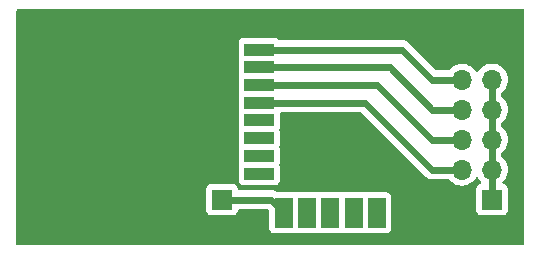
<source format=gbr>
%TF.GenerationSoftware,KiCad,Pcbnew,7.0.1*%
%TF.CreationDate,2024-02-11T20:07:16+03:00*%
%TF.ProjectId,jdy40_remote_button,6a647934-305f-4726-956d-6f74655f6275,rev?*%
%TF.SameCoordinates,Original*%
%TF.FileFunction,Copper,L1,Top*%
%TF.FilePolarity,Positive*%
%FSLAX46Y46*%
G04 Gerber Fmt 4.6, Leading zero omitted, Abs format (unit mm)*
G04 Created by KiCad (PCBNEW 7.0.1) date 2024-02-11 20:07:16*
%MOMM*%
%LPD*%
G01*
G04 APERTURE LIST*
%TA.AperFunction,SMDPad,CuDef*%
%ADD10R,2.500000X1.000000*%
%TD*%
%TA.AperFunction,SMDPad,CuDef*%
%ADD11R,1.500000X2.500000*%
%TD*%
%TA.AperFunction,ComponentPad*%
%ADD12R,1.700000X1.700000*%
%TD*%
%TA.AperFunction,ComponentPad*%
%ADD13O,1.700000X1.700000*%
%TD*%
%TA.AperFunction,Conductor*%
%ADD14C,0.600000*%
%TD*%
%TA.AperFunction,Conductor*%
%ADD15C,0.250000*%
%TD*%
G04 APERTURE END LIST*
D10*
%TO.P,DD1,1,GPIO1*%
%TO.N,Net-(DD1-GPIO1)*%
X91060000Y-58420000D03*
%TO.P,DD1,2,GPIO2*%
%TO.N,Net-(DD1-GPIO2)*%
X91060000Y-59920000D03*
%TO.P,DD1,3,GPIO3*%
%TO.N,Net-(DD1-GPIO3)*%
X91060000Y-61420000D03*
%TO.P,DD1,4,GPIO4*%
%TO.N,Net-(DD1-GPIO4)*%
X91060000Y-62920000D03*
%TO.P,DD1,5,GPIO5*%
%TO.N,unconnected-(DD1-GPIO5-Pad5)*%
X91060000Y-64420000D03*
%TO.P,DD1,6,GPIO6*%
%TO.N,unconnected-(DD1-GPIO6-Pad6)*%
X91060000Y-65920000D03*
%TO.P,DD1,7,GPIO7*%
%TO.N,unconnected-(DD1-GPIO7-Pad7)*%
X91060000Y-67420000D03*
%TO.P,DD1,8,GPIO8*%
%TO.N,unconnected-(DD1-GPIO8-Pad8)*%
X91060000Y-68920000D03*
D11*
%TO.P,DD1,9,GND*%
%TO.N,Earth*%
X102960000Y-72220000D03*
%TO.P,DD1,10,CS*%
%TO.N,unconnected-(DD1-CS-Pad10)*%
X101000000Y-72220000D03*
%TO.P,DD1,11,SET*%
%TO.N,unconnected-(DD1-SET-Pad11)*%
X99040000Y-72220000D03*
%TO.P,DD1,12,TXD*%
%TO.N,unconnected-(DD1-TXD-Pad12)*%
X97080000Y-72220000D03*
%TO.P,DD1,13,RXD*%
%TO.N,unconnected-(DD1-RXD-Pad13)*%
X95120000Y-72220000D03*
%TO.P,DD1,14,VCC*%
%TO.N,+3.3V*%
X93160000Y-72220000D03*
%TD*%
D12*
%TO.P,J4,1,Pin_1*%
%TO.N,Net-(J4-Pin_1)*%
X110760000Y-71120000D03*
D13*
%TO.P,J4,2,Pin_2*%
X110760000Y-68580000D03*
%TO.P,J4,3,Pin_3*%
X110760000Y-66040000D03*
%TO.P,J4,4,Pin_4*%
X110760000Y-63500000D03*
%TO.P,J4,5,Pin_5*%
X110760000Y-60960000D03*
%TD*%
D12*
%TO.P,J2,1,Pin_1*%
%TO.N,Earth*%
X72660000Y-58420000D03*
%TD*%
%TO.P,J1,1,Pin_1*%
%TO.N,+3.3V*%
X87900000Y-71120000D03*
%TD*%
%TO.P,J3,1,Pin_1*%
%TO.N,Earth*%
X108220000Y-58425000D03*
D13*
%TO.P,J3,2,Pin_2*%
%TO.N,Net-(DD1-GPIO1)*%
X108220000Y-60965000D03*
%TO.P,J3,3,Pin_3*%
%TO.N,Net-(DD1-GPIO2)*%
X108220000Y-63505000D03*
%TO.P,J3,4,Pin_4*%
%TO.N,Net-(DD1-GPIO3)*%
X108220000Y-66045000D03*
%TO.P,J3,5,Pin_5*%
%TO.N,Net-(DD1-GPIO4)*%
X108220000Y-68585000D03*
%TD*%
D14*
%TO.N,Net-(DD1-GPIO1)*%
X103140000Y-58420000D02*
X91060000Y-58420000D01*
X105685000Y-60965000D02*
X103140000Y-58420000D01*
X108220000Y-60965000D02*
X105685000Y-60965000D01*
%TO.N,Net-(DD1-GPIO2)*%
X102100000Y-59920000D02*
X91060000Y-59920000D01*
X105685000Y-63505000D02*
X102100000Y-59920000D01*
X108220000Y-63505000D02*
X105685000Y-63505000D01*
%TO.N,Net-(DD1-GPIO3)*%
X101060000Y-61420000D02*
X91060000Y-61420000D01*
X108220000Y-66045000D02*
X105685000Y-66045000D01*
X105685000Y-66045000D02*
X101060000Y-61420000D01*
%TO.N,Net-(DD1-GPIO4)*%
X105685000Y-68585000D02*
X100020000Y-62920000D01*
X108220000Y-68585000D02*
X105685000Y-68585000D01*
X100020000Y-62920000D02*
X91060000Y-62920000D01*
D15*
%TO.N,Earth*%
X102340000Y-71720000D02*
X102340000Y-72220000D01*
D14*
%TO.N,+3.3V*%
X87900000Y-71120000D02*
X92060000Y-71120000D01*
X92060000Y-71120000D02*
X93160000Y-72220000D01*
%TO.N,Net-(J4-Pin_1)*%
X110760000Y-60960000D02*
X110760000Y-71120000D01*
%TD*%
%TA.AperFunction,Conductor*%
%TO.N,Earth*%
G36*
X113437500Y-55017113D02*
G01*
X113482887Y-55062500D01*
X113499500Y-55124500D01*
X113499500Y-74875500D01*
X113482887Y-74937500D01*
X113437500Y-74982887D01*
X113375500Y-74999500D01*
X70624500Y-74999500D01*
X70562500Y-74982887D01*
X70517113Y-74937500D01*
X70500500Y-74875500D01*
X70500500Y-72017869D01*
X86549500Y-72017869D01*
X86554595Y-72065259D01*
X86555909Y-72077483D01*
X86606204Y-72212331D01*
X86692454Y-72327546D01*
X86807669Y-72413796D01*
X86942517Y-72464091D01*
X87002127Y-72470500D01*
X88797872Y-72470499D01*
X88857483Y-72464091D01*
X88992331Y-72413796D01*
X89107546Y-72327546D01*
X89193796Y-72212331D01*
X89244091Y-72077483D01*
X89249062Y-72031243D01*
X89269661Y-71974997D01*
X89314224Y-71934968D01*
X89372352Y-71920500D01*
X91677060Y-71920500D01*
X91724513Y-71929939D01*
X91764741Y-71956819D01*
X91873181Y-72065259D01*
X91900061Y-72105487D01*
X91909500Y-72152940D01*
X91909500Y-73517869D01*
X91915909Y-73577483D01*
X91966204Y-73712331D01*
X92052454Y-73827546D01*
X92167669Y-73913796D01*
X92302517Y-73964091D01*
X92362127Y-73970500D01*
X93957872Y-73970499D01*
X94017483Y-73964091D01*
X94096668Y-73934556D01*
X94139999Y-73926739D01*
X94183330Y-73934556D01*
X94262517Y-73964091D01*
X94322127Y-73970500D01*
X95917872Y-73970499D01*
X95977483Y-73964091D01*
X96056668Y-73934556D01*
X96099999Y-73926739D01*
X96143330Y-73934556D01*
X96222517Y-73964091D01*
X96282127Y-73970500D01*
X97877872Y-73970499D01*
X97937483Y-73964091D01*
X98016668Y-73934556D01*
X98059999Y-73926739D01*
X98103330Y-73934556D01*
X98182517Y-73964091D01*
X98242127Y-73970500D01*
X99837872Y-73970499D01*
X99897483Y-73964091D01*
X99976668Y-73934556D01*
X100019999Y-73926739D01*
X100063330Y-73934556D01*
X100142517Y-73964091D01*
X100202127Y-73970500D01*
X101797872Y-73970499D01*
X101857483Y-73964091D01*
X101992331Y-73913796D01*
X102107546Y-73827546D01*
X102193796Y-73712331D01*
X102244091Y-73577483D01*
X102250500Y-73517873D01*
X102250499Y-70922128D01*
X102244091Y-70862517D01*
X102193796Y-70727669D01*
X102107546Y-70612454D01*
X101992331Y-70526204D01*
X101857483Y-70475909D01*
X101797873Y-70469500D01*
X101797869Y-70469500D01*
X100202130Y-70469500D01*
X100142514Y-70475909D01*
X100063332Y-70505442D01*
X100020000Y-70513260D01*
X99976668Y-70505442D01*
X99897486Y-70475909D01*
X99875129Y-70473505D01*
X99837873Y-70469500D01*
X99837868Y-70469500D01*
X98242130Y-70469500D01*
X98182514Y-70475909D01*
X98103332Y-70505442D01*
X98060000Y-70513260D01*
X98016668Y-70505442D01*
X97937486Y-70475909D01*
X97915129Y-70473505D01*
X97877873Y-70469500D01*
X97877868Y-70469500D01*
X96282130Y-70469500D01*
X96222514Y-70475909D01*
X96143332Y-70505442D01*
X96100000Y-70513260D01*
X96056668Y-70505442D01*
X95977486Y-70475909D01*
X95955129Y-70473505D01*
X95917873Y-70469500D01*
X95917868Y-70469500D01*
X94322130Y-70469500D01*
X94262514Y-70475909D01*
X94183332Y-70505442D01*
X94140000Y-70513260D01*
X94096668Y-70505442D01*
X94017486Y-70475909D01*
X93991935Y-70473162D01*
X93957873Y-70469500D01*
X93957869Y-70469500D01*
X92571591Y-70469500D01*
X92530637Y-70462542D01*
X92494279Y-70442448D01*
X92488586Y-70437908D01*
X92454095Y-70421298D01*
X92441933Y-70414576D01*
X92426327Y-70404770D01*
X92409520Y-70394209D01*
X92373398Y-70381570D01*
X92360553Y-70376250D01*
X92326058Y-70359638D01*
X92288736Y-70351119D01*
X92275380Y-70347272D01*
X92239252Y-70334631D01*
X92201219Y-70330345D01*
X92187518Y-70328017D01*
X92150196Y-70319500D01*
X92150194Y-70319500D01*
X92104954Y-70319500D01*
X89372351Y-70319500D01*
X89314223Y-70305031D01*
X89269660Y-70265002D01*
X89249061Y-70208753D01*
X89244091Y-70162517D01*
X89193796Y-70027669D01*
X89107546Y-69912454D01*
X88992331Y-69826204D01*
X88857483Y-69775909D01*
X88797873Y-69769500D01*
X88797869Y-69769500D01*
X87002130Y-69769500D01*
X86942515Y-69775909D01*
X86807669Y-69826204D01*
X86692454Y-69912454D01*
X86606204Y-70027668D01*
X86555909Y-70162516D01*
X86549500Y-70222130D01*
X86549500Y-72017869D01*
X70500500Y-72017869D01*
X70500500Y-69467869D01*
X89309500Y-69467869D01*
X89315909Y-69527483D01*
X89366204Y-69662331D01*
X89452454Y-69777546D01*
X89567669Y-69863796D01*
X89702517Y-69914091D01*
X89762127Y-69920500D01*
X92357872Y-69920499D01*
X92417483Y-69914091D01*
X92552331Y-69863796D01*
X92667546Y-69777546D01*
X92753796Y-69662331D01*
X92804091Y-69527483D01*
X92810500Y-69467873D01*
X92810499Y-68372128D01*
X92804091Y-68312517D01*
X92767098Y-68213333D01*
X92759280Y-68170000D01*
X92767098Y-68126667D01*
X92804090Y-68027485D01*
X92804089Y-68027485D01*
X92804091Y-68027483D01*
X92810500Y-67967873D01*
X92810499Y-66872128D01*
X92804091Y-66812517D01*
X92779551Y-66746721D01*
X92767098Y-66713333D01*
X92759280Y-66670000D01*
X92767098Y-66626667D01*
X92804090Y-66527485D01*
X92804089Y-66527485D01*
X92804091Y-66527483D01*
X92810500Y-66467873D01*
X92810499Y-65372128D01*
X92804091Y-65312517D01*
X92767098Y-65213333D01*
X92759280Y-65170000D01*
X92767098Y-65126667D01*
X92804090Y-65027485D01*
X92804089Y-65027485D01*
X92804091Y-65027483D01*
X92810500Y-64967873D01*
X92810499Y-63872128D01*
X92808954Y-63857755D01*
X92820706Y-63790320D01*
X92866449Y-63739394D01*
X92932243Y-63720500D01*
X99637060Y-63720500D01*
X99684513Y-63729939D01*
X99724741Y-63756819D01*
X105055184Y-69087262D01*
X105182738Y-69214816D01*
X105206067Y-69229475D01*
X105215145Y-69235179D01*
X105226483Y-69243224D01*
X105256411Y-69267090D01*
X105256414Y-69267092D01*
X105290899Y-69283699D01*
X105303069Y-69290425D01*
X105335480Y-69310790D01*
X105371597Y-69323428D01*
X105384441Y-69328748D01*
X105415499Y-69343703D01*
X105418939Y-69345360D01*
X105456276Y-69353881D01*
X105469613Y-69357725D01*
X105505745Y-69370368D01*
X105543776Y-69374653D01*
X105557481Y-69376981D01*
X105594806Y-69385500D01*
X105640046Y-69385500D01*
X105775194Y-69385500D01*
X107067309Y-69385500D01*
X107124566Y-69399511D01*
X107168884Y-69438377D01*
X107181505Y-69456402D01*
X107298429Y-69573325D01*
X107348599Y-69623495D01*
X107542170Y-69759035D01*
X107756337Y-69858903D01*
X107984592Y-69920063D01*
X108220000Y-69940659D01*
X108455408Y-69920063D01*
X108683663Y-69858903D01*
X108897830Y-69759035D01*
X109091401Y-69623495D01*
X109258495Y-69456401D01*
X109390177Y-69268338D01*
X109434493Y-69229475D01*
X109491750Y-69215464D01*
X109549007Y-69229475D01*
X109593322Y-69268338D01*
X109721505Y-69451401D01*
X109721508Y-69451404D01*
X109843430Y-69573326D01*
X109874726Y-69626072D01*
X109876915Y-69687365D01*
X109849462Y-69742209D01*
X109799083Y-69777189D01*
X109667669Y-69826204D01*
X109552454Y-69912454D01*
X109466204Y-70027668D01*
X109415909Y-70162516D01*
X109409500Y-70222130D01*
X109409500Y-72017869D01*
X109414595Y-72065259D01*
X109415909Y-72077483D01*
X109466204Y-72212331D01*
X109552454Y-72327546D01*
X109667669Y-72413796D01*
X109802517Y-72464091D01*
X109862127Y-72470500D01*
X111657872Y-72470499D01*
X111717483Y-72464091D01*
X111852331Y-72413796D01*
X111967546Y-72327546D01*
X112053796Y-72212331D01*
X112104091Y-72077483D01*
X112110500Y-72017873D01*
X112110499Y-70222128D01*
X112104091Y-70162517D01*
X112053796Y-70027669D01*
X111967546Y-69912454D01*
X111852331Y-69826204D01*
X111790898Y-69803291D01*
X111720916Y-69777189D01*
X111670537Y-69742209D01*
X111643084Y-69687365D01*
X111645273Y-69626072D01*
X111676566Y-69573329D01*
X111798495Y-69451401D01*
X111934035Y-69257830D01*
X112033903Y-69043663D01*
X112095063Y-68815408D01*
X112115659Y-68580000D01*
X112095063Y-68344592D01*
X112033903Y-68116337D01*
X111934035Y-67902171D01*
X111798495Y-67708599D01*
X111798491Y-67708595D01*
X111631402Y-67541505D01*
X111613377Y-67528884D01*
X111574511Y-67484566D01*
X111560500Y-67427309D01*
X111560500Y-67192691D01*
X111574511Y-67135434D01*
X111613377Y-67091116D01*
X111631402Y-67078494D01*
X111631401Y-67078494D01*
X111798495Y-66911401D01*
X111934035Y-66717830D01*
X112033903Y-66503663D01*
X112095063Y-66275408D01*
X112115659Y-66040000D01*
X112095063Y-65804592D01*
X112033903Y-65576337D01*
X111934035Y-65362171D01*
X111798495Y-65168599D01*
X111756562Y-65126666D01*
X111631402Y-65001505D01*
X111613377Y-64988884D01*
X111574511Y-64944566D01*
X111560500Y-64887309D01*
X111560500Y-64652691D01*
X111574511Y-64595434D01*
X111613377Y-64551116D01*
X111631402Y-64538494D01*
X111631402Y-64538493D01*
X111798495Y-64371401D01*
X111934035Y-64177830D01*
X112033903Y-63963663D01*
X112095063Y-63735408D01*
X112115659Y-63500000D01*
X112095063Y-63264592D01*
X112033903Y-63036337D01*
X111934035Y-62822171D01*
X111798495Y-62628599D01*
X111798491Y-62628595D01*
X111631402Y-62461505D01*
X111613377Y-62448884D01*
X111574511Y-62404566D01*
X111560500Y-62347309D01*
X111560500Y-62112691D01*
X111574511Y-62055434D01*
X111613377Y-62011116D01*
X111631402Y-61998494D01*
X111662027Y-61967869D01*
X111798495Y-61831401D01*
X111934035Y-61637830D01*
X112033903Y-61423663D01*
X112095063Y-61195408D01*
X112115659Y-60960000D01*
X112095063Y-60724592D01*
X112033903Y-60496337D01*
X111934035Y-60282171D01*
X111798495Y-60088599D01*
X111631401Y-59921505D01*
X111437830Y-59785965D01*
X111223663Y-59686097D01*
X111162501Y-59669709D01*
X110995407Y-59624936D01*
X110760000Y-59604340D01*
X110524592Y-59624936D01*
X110296336Y-59686097D01*
X110082170Y-59785965D01*
X109888598Y-59921505D01*
X109721508Y-60088595D01*
X109721505Y-60088598D01*
X109721505Y-60088599D01*
X109674968Y-60155061D01*
X109589824Y-60276660D01*
X109545506Y-60315525D01*
X109488249Y-60329536D01*
X109430992Y-60315525D01*
X109386674Y-60276659D01*
X109298329Y-60150489D01*
X109258495Y-60093599D01*
X109091401Y-59926505D01*
X108897830Y-59790965D01*
X108683663Y-59691097D01*
X108622501Y-59674709D01*
X108455407Y-59629936D01*
X108220000Y-59609340D01*
X107984592Y-59629936D01*
X107756336Y-59691097D01*
X107542170Y-59790965D01*
X107348597Y-59926506D01*
X107181505Y-60093597D01*
X107168884Y-60111623D01*
X107124566Y-60150489D01*
X107067309Y-60164500D01*
X106067940Y-60164500D01*
X106020487Y-60155061D01*
X105980259Y-60128181D01*
X103642262Y-57790184D01*
X103609850Y-57769818D01*
X103598510Y-57761772D01*
X103568586Y-57737908D01*
X103534095Y-57721298D01*
X103521933Y-57714576D01*
X103506327Y-57704770D01*
X103489520Y-57694209D01*
X103453398Y-57681570D01*
X103440553Y-57676250D01*
X103406058Y-57659638D01*
X103368736Y-57651119D01*
X103355380Y-57647272D01*
X103319252Y-57634631D01*
X103281219Y-57630345D01*
X103267518Y-57628017D01*
X103230196Y-57619500D01*
X103230194Y-57619500D01*
X103184954Y-57619500D01*
X92772320Y-57619500D01*
X92716815Y-57606384D01*
X92673053Y-57569811D01*
X92667546Y-57562454D01*
X92552331Y-57476204D01*
X92417483Y-57425909D01*
X92357873Y-57419500D01*
X92357869Y-57419500D01*
X89762130Y-57419500D01*
X89702515Y-57425909D01*
X89567669Y-57476204D01*
X89452454Y-57562454D01*
X89366204Y-57677668D01*
X89315909Y-57812516D01*
X89309500Y-57872130D01*
X89309500Y-58967869D01*
X89315909Y-59027484D01*
X89352902Y-59126666D01*
X89360720Y-59169999D01*
X89352902Y-59213332D01*
X89315909Y-59312514D01*
X89309500Y-59372130D01*
X89309500Y-60467869D01*
X89315909Y-60527484D01*
X89352902Y-60626666D01*
X89360720Y-60669999D01*
X89352902Y-60713332D01*
X89315909Y-60812514D01*
X89309500Y-60872130D01*
X89309500Y-61967869D01*
X89315909Y-62027484D01*
X89326334Y-62055434D01*
X89347689Y-62112691D01*
X89352902Y-62126666D01*
X89360720Y-62169999D01*
X89352902Y-62213332D01*
X89315909Y-62312514D01*
X89309500Y-62372130D01*
X89309500Y-63467869D01*
X89315909Y-63527484D01*
X89352902Y-63626666D01*
X89360720Y-63669999D01*
X89352902Y-63713332D01*
X89315909Y-63812514D01*
X89315909Y-63812517D01*
X89309501Y-63872125D01*
X89309500Y-63872130D01*
X89309500Y-64967869D01*
X89315909Y-65027484D01*
X89352902Y-65126666D01*
X89360720Y-65169999D01*
X89352902Y-65213332D01*
X89315909Y-65312514D01*
X89315909Y-65312517D01*
X89310571Y-65362171D01*
X89309500Y-65372130D01*
X89309500Y-66467869D01*
X89315909Y-66527484D01*
X89352902Y-66626666D01*
X89360720Y-66669999D01*
X89352902Y-66713332D01*
X89315909Y-66812514D01*
X89315909Y-66812517D01*
X89310857Y-66859511D01*
X89309500Y-66872130D01*
X89309500Y-67967869D01*
X89315909Y-68027484D01*
X89352902Y-68126666D01*
X89360720Y-68169999D01*
X89352902Y-68213332D01*
X89315909Y-68312514D01*
X89309500Y-68372130D01*
X89309500Y-69467869D01*
X70500500Y-69467869D01*
X70500500Y-55124500D01*
X70517113Y-55062500D01*
X70562500Y-55017113D01*
X70624500Y-55000500D01*
X113375500Y-55000500D01*
X113437500Y-55017113D01*
G37*
%TD.AperFunction*%
%TD*%
M02*

</source>
